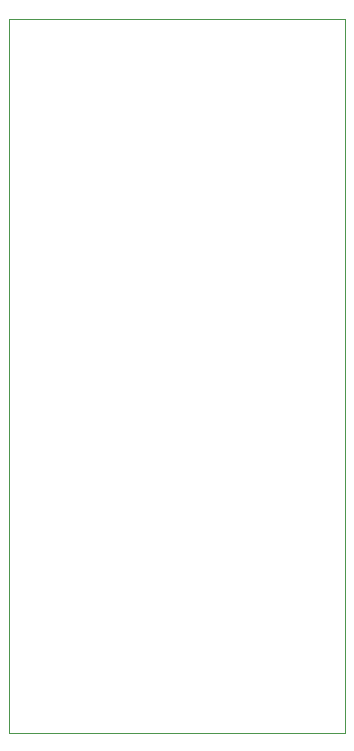
<source format=gbr>
%TF.GenerationSoftware,KiCad,Pcbnew,(6.0.0-rc1-343-g73b39e836d)*%
%TF.CreationDate,2021-12-09T15:59:47-05:00*%
%TF.ProjectId,Celestron-WiFi,43656c65-7374-4726-9f6e-2d576946692e,rev?*%
%TF.SameCoordinates,Original*%
%TF.FileFunction,Profile,NP*%
%FSLAX46Y46*%
G04 Gerber Fmt 4.6, Leading zero omitted, Abs format (unit mm)*
G04 Created by KiCad (PCBNEW (6.0.0-rc1-343-g73b39e836d)) date 2021-12-09 15:59:47*
%MOMM*%
%LPD*%
G01*
G04 APERTURE LIST*
%TA.AperFunction,Profile*%
%ADD10C,0.100000*%
%TD*%
G04 APERTURE END LIST*
D10*
X140208000Y-120396000D02*
X111760000Y-120396000D01*
X111760000Y-120396000D02*
X111760000Y-59944000D01*
X111760000Y-59944000D02*
X140208000Y-59944000D01*
X140208000Y-59944000D02*
X140208000Y-120396000D01*
M02*

</source>
